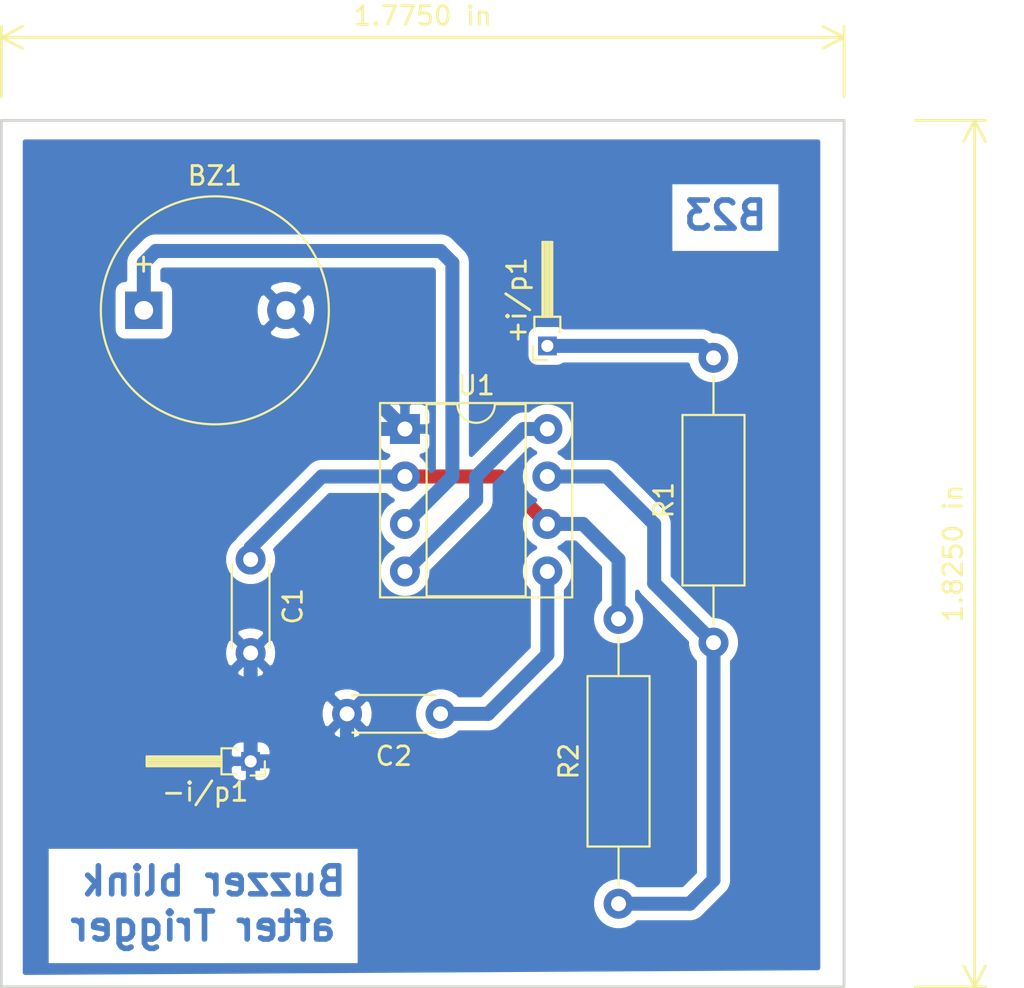
<source format=kicad_pcb>
(kicad_pcb (version 20171130) (host pcbnew "(5.1.0)-1")

  (general
    (thickness 1.6)
    (drawings 9)
    (tracks 45)
    (zones 0)
    (modules 8)
    (nets 7)
  )

  (page A4)
  (layers
    (0 F.Cu signal)
    (31 B.Cu signal)
    (32 B.Adhes user)
    (33 F.Adhes user)
    (34 B.Paste user)
    (35 F.Paste user)
    (36 B.SilkS user)
    (37 F.SilkS user)
    (38 B.Mask user)
    (39 F.Mask user)
    (40 Dwgs.User user)
    (41 Cmts.User user)
    (42 Eco1.User user)
    (43 Eco2.User user)
    (44 Edge.Cuts user)
    (45 Margin user)
    (46 B.CrtYd user)
    (47 F.CrtYd user)
    (48 B.Fab user)
    (49 F.Fab user)
  )

  (setup
    (last_trace_width 0.75)
    (trace_clearance 0.2)
    (zone_clearance 0.508)
    (zone_45_only no)
    (trace_min 0.2)
    (via_size 0.6)
    (via_drill 0.4)
    (via_min_size 0.4)
    (via_min_drill 0.3)
    (uvia_size 0.3)
    (uvia_drill 0.1)
    (uvias_allowed no)
    (uvia_min_size 0.2)
    (uvia_min_drill 0.1)
    (edge_width 0.15)
    (segment_width 0.2)
    (pcb_text_width 0.3)
    (pcb_text_size 1.5 1.5)
    (mod_edge_width 0.15)
    (mod_text_size 1 1)
    (mod_text_width 0.15)
    (pad_size 1.524 1.524)
    (pad_drill 0.762)
    (pad_to_mask_clearance 0.2)
    (aux_axis_origin 0 0)
    (visible_elements 7FFFFFFF)
    (pcbplotparams
      (layerselection 0x0d030_80000001)
      (usegerberextensions false)
      (usegerberattributes false)
      (usegerberadvancedattributes false)
      (creategerberjobfile false)
      (excludeedgelayer true)
      (linewidth 0.100000)
      (plotframeref false)
      (viasonmask false)
      (mode 1)
      (useauxorigin false)
      (hpglpennumber 1)
      (hpglpenspeed 20)
      (hpglpendiameter 15.000000)
      (psnegative false)
      (psa4output false)
      (plotreference true)
      (plotvalue true)
      (plotinvisibletext false)
      (padsonsilk false)
      (subtractmaskfromsilk false)
      (outputformat 4)
      (mirror false)
      (drillshape 0)
      (scaleselection 1)
      (outputdirectory ""))
  )

  (net 0 "")
  (net 1 "Net-(+i/p1-Pad1)")
  (net 2 GND)
  (net 3 "Net-(BZ1-Pad1)")
  (net 4 "Net-(C1-Pad1)")
  (net 5 "Net-(C2-Pad1)")
  (net 6 "Net-(R1-Pad1)")

  (net_class Default "This is the default net class."
    (clearance 0.2)
    (trace_width 0.75)
    (via_dia 0.6)
    (via_drill 0.4)
    (uvia_dia 0.3)
    (uvia_drill 0.1)
    (add_net GND)
    (add_net "Net-(+i/p1-Pad1)")
    (add_net "Net-(BZ1-Pad1)")
    (add_net "Net-(C1-Pad1)")
    (add_net "Net-(C2-Pad1)")
    (add_net "Net-(R1-Pad1)")
  )

  (module Pin_Headers:Pin_Header_Angled_1x01_Pitch1.27mm (layer F.Cu) (tedit 59650535) (tstamp 5CA61AAA)
    (at 154.305 74.295 90)
    (descr "Through hole angled pin header, 1x01, 1.27mm pitch, 4.0mm pin length, single row")
    (tags "Through hole angled pin header THT 1x01 1.27mm single row")
    (path /5CA5ACE2)
    (fp_text reference +i/p1 (at 2.4325 -1.635 90) (layer F.SilkS)
      (effects (font (size 1 1) (thickness 0.15)))
    )
    (fp_text value +5V (at 2.4325 1.635 90) (layer F.Fab)
      (effects (font (size 1 1) (thickness 0.15)))
    )
    (fp_line (start 0.75 -0.635) (end 1.5 -0.635) (layer F.Fab) (width 0.1))
    (fp_line (start 1.5 -0.635) (end 1.5 0.635) (layer F.Fab) (width 0.1))
    (fp_line (start 1.5 0.635) (end 0.5 0.635) (layer F.Fab) (width 0.1))
    (fp_line (start 0.5 0.635) (end 0.5 -0.385) (layer F.Fab) (width 0.1))
    (fp_line (start 0.5 -0.385) (end 0.75 -0.635) (layer F.Fab) (width 0.1))
    (fp_line (start -0.2 -0.2) (end 0.5 -0.2) (layer F.Fab) (width 0.1))
    (fp_line (start -0.2 -0.2) (end -0.2 0.2) (layer F.Fab) (width 0.1))
    (fp_line (start -0.2 0.2) (end 0.5 0.2) (layer F.Fab) (width 0.1))
    (fp_line (start 1.5 -0.2) (end 5.5 -0.2) (layer F.Fab) (width 0.1))
    (fp_line (start 5.5 -0.2) (end 5.5 0.2) (layer F.Fab) (width 0.1))
    (fp_line (start 1.5 0.2) (end 5.5 0.2) (layer F.Fab) (width 0.1))
    (fp_line (start 0.76 -0.695) (end 1.56 -0.695) (layer F.SilkS) (width 0.12))
    (fp_line (start 1.56 -0.695) (end 1.56 0.695) (layer F.SilkS) (width 0.12))
    (fp_line (start 1.56 0.695) (end 0.76 0.695) (layer F.SilkS) (width 0.12))
    (fp_line (start 0.76 0.695) (end 0.76 0.619677) (layer F.SilkS) (width 0.12))
    (fp_line (start 1.56 -0.26) (end 5.56 -0.26) (layer F.SilkS) (width 0.12))
    (fp_line (start 5.56 -0.26) (end 5.56 0.26) (layer F.SilkS) (width 0.12))
    (fp_line (start 5.56 0.26) (end 1.56 0.26) (layer F.SilkS) (width 0.12))
    (fp_line (start 1.56 -0.2) (end 5.56 -0.2) (layer F.SilkS) (width 0.12))
    (fp_line (start 1.56 -0.08) (end 5.56 -0.08) (layer F.SilkS) (width 0.12))
    (fp_line (start 1.56 0.04) (end 5.56 0.04) (layer F.SilkS) (width 0.12))
    (fp_line (start 1.56 0.16) (end 5.56 0.16) (layer F.SilkS) (width 0.12))
    (fp_line (start -0.76 0) (end -0.76 -0.76) (layer F.SilkS) (width 0.12))
    (fp_line (start -0.76 -0.76) (end 0 -0.76) (layer F.SilkS) (width 0.12))
    (fp_line (start -1.15 -1.15) (end -1.15 1.15) (layer F.CrtYd) (width 0.05))
    (fp_line (start -1.15 1.15) (end 6 1.15) (layer F.CrtYd) (width 0.05))
    (fp_line (start 6 1.15) (end 6 -1.15) (layer F.CrtYd) (width 0.05))
    (fp_line (start 6 -1.15) (end -1.15 -1.15) (layer F.CrtYd) (width 0.05))
    (fp_text user %R (at 1 0 180) (layer F.Fab)
      (effects (font (size 0.6 0.6) (thickness 0.09)))
    )
    (pad 1 thru_hole rect (at 0 0 90) (size 1 1) (drill 0.65) (layers *.Cu *.Mask)
      (net 1 "Net-(+i/p1-Pad1)"))
    (model ${KISYS3DMOD}/Pin_Headers.3dshapes/Pin_Header_Angled_1x01_Pitch1.27mm.wrl
      (at (xyz 0 0 0))
      (scale (xyz 1 1 1))
      (rotate (xyz 0 0 0))
    )
  )

  (module Pin_Headers:Pin_Header_Angled_1x01_Pitch1.27mm (layer F.Cu) (tedit 59650535) (tstamp 5CA61AAF)
    (at 138.43 96.52 180)
    (descr "Through hole angled pin header, 1x01, 1.27mm pitch, 4.0mm pin length, single row")
    (tags "Through hole angled pin header THT 1x01 1.27mm single row")
    (path /5CA5AD07)
    (fp_text reference -i/p1 (at 2.4325 -1.635 180) (layer F.SilkS)
      (effects (font (size 1 1) (thickness 0.15)))
    )
    (fp_text value GND (at 2.4325 1.635 180) (layer F.Fab)
      (effects (font (size 1 1) (thickness 0.15)))
    )
    (fp_line (start 0.75 -0.635) (end 1.5 -0.635) (layer F.Fab) (width 0.1))
    (fp_line (start 1.5 -0.635) (end 1.5 0.635) (layer F.Fab) (width 0.1))
    (fp_line (start 1.5 0.635) (end 0.5 0.635) (layer F.Fab) (width 0.1))
    (fp_line (start 0.5 0.635) (end 0.5 -0.385) (layer F.Fab) (width 0.1))
    (fp_line (start 0.5 -0.385) (end 0.75 -0.635) (layer F.Fab) (width 0.1))
    (fp_line (start -0.2 -0.2) (end 0.5 -0.2) (layer F.Fab) (width 0.1))
    (fp_line (start -0.2 -0.2) (end -0.2 0.2) (layer F.Fab) (width 0.1))
    (fp_line (start -0.2 0.2) (end 0.5 0.2) (layer F.Fab) (width 0.1))
    (fp_line (start 1.5 -0.2) (end 5.5 -0.2) (layer F.Fab) (width 0.1))
    (fp_line (start 5.5 -0.2) (end 5.5 0.2) (layer F.Fab) (width 0.1))
    (fp_line (start 1.5 0.2) (end 5.5 0.2) (layer F.Fab) (width 0.1))
    (fp_line (start 0.76 -0.695) (end 1.56 -0.695) (layer F.SilkS) (width 0.12))
    (fp_line (start 1.56 -0.695) (end 1.56 0.695) (layer F.SilkS) (width 0.12))
    (fp_line (start 1.56 0.695) (end 0.76 0.695) (layer F.SilkS) (width 0.12))
    (fp_line (start 0.76 0.695) (end 0.76 0.619677) (layer F.SilkS) (width 0.12))
    (fp_line (start 1.56 -0.26) (end 5.56 -0.26) (layer F.SilkS) (width 0.12))
    (fp_line (start 5.56 -0.26) (end 5.56 0.26) (layer F.SilkS) (width 0.12))
    (fp_line (start 5.56 0.26) (end 1.56 0.26) (layer F.SilkS) (width 0.12))
    (fp_line (start 1.56 -0.2) (end 5.56 -0.2) (layer F.SilkS) (width 0.12))
    (fp_line (start 1.56 -0.08) (end 5.56 -0.08) (layer F.SilkS) (width 0.12))
    (fp_line (start 1.56 0.04) (end 5.56 0.04) (layer F.SilkS) (width 0.12))
    (fp_line (start 1.56 0.16) (end 5.56 0.16) (layer F.SilkS) (width 0.12))
    (fp_line (start -0.76 0) (end -0.76 -0.76) (layer F.SilkS) (width 0.12))
    (fp_line (start -0.76 -0.76) (end 0 -0.76) (layer F.SilkS) (width 0.12))
    (fp_line (start -1.15 -1.15) (end -1.15 1.15) (layer F.CrtYd) (width 0.05))
    (fp_line (start -1.15 1.15) (end 6 1.15) (layer F.CrtYd) (width 0.05))
    (fp_line (start 6 1.15) (end 6 -1.15) (layer F.CrtYd) (width 0.05))
    (fp_line (start 6 -1.15) (end -1.15 -1.15) (layer F.CrtYd) (width 0.05))
    (fp_text user %R (at 1 0 270) (layer F.Fab)
      (effects (font (size 0.6 0.6) (thickness 0.09)))
    )
    (pad 1 thru_hole rect (at 0 0 180) (size 1 1) (drill 0.65) (layers *.Cu *.Mask)
      (net 2 GND))
    (model ${KISYS3DMOD}/Pin_Headers.3dshapes/Pin_Header_Angled_1x01_Pitch1.27mm.wrl
      (at (xyz 0 0 0))
      (scale (xyz 1 1 1))
      (rotate (xyz 0 0 0))
    )
  )

  (module Buzzers_Beepers:Buzzer_12x9.5RM7.6 (layer F.Cu) (tedit 58B1A329) (tstamp 5CA61AB5)
    (at 132.715 72.39)
    (descr "Generic Buzzer, D12mm height 9.5mm with RM7.6mm")
    (tags buzzer)
    (path /5CA61803)
    (fp_text reference BZ1 (at 3.8 -7.2) (layer F.SilkS)
      (effects (font (size 1 1) (thickness 0.15)))
    )
    (fp_text value Buzzer (at 3.8 7.4) (layer F.Fab)
      (effects (font (size 1 1) (thickness 0.15)))
    )
    (fp_text user + (at -0.01 -2.54) (layer F.Fab)
      (effects (font (size 1 1) (thickness 0.15)))
    )
    (fp_text user + (at -0.01 -2.54) (layer F.SilkS)
      (effects (font (size 1 1) (thickness 0.15)))
    )
    (fp_text user %R (at 3.8 -4) (layer F.Fab)
      (effects (font (size 1 1) (thickness 0.15)))
    )
    (fp_circle (center 3.8 0) (end 10.05 0) (layer F.CrtYd) (width 0.05))
    (fp_circle (center 3.8 0) (end 9.8 0) (layer F.Fab) (width 0.1))
    (fp_circle (center 3.8 0) (end 4.8 0) (layer F.Fab) (width 0.1))
    (fp_circle (center 3.8 0) (end 9.9 0) (layer F.SilkS) (width 0.12))
    (pad 1 thru_hole rect (at 0 0) (size 2 2) (drill 1) (layers *.Cu *.Mask)
      (net 3 "Net-(BZ1-Pad1)"))
    (pad 2 thru_hole circle (at 7.6 0) (size 2 2) (drill 1) (layers *.Cu *.Mask)
      (net 2 GND))
    (model ${KISYS3DMOD}/Buzzers_Beepers.3dshapes/Buzzer_12x9.5RM7.6.wrl
      (offset (xyz 3.809999942779541 0 0))
      (scale (xyz 4 4 4))
      (rotate (xyz 0 0 0))
    )
  )

  (module Capacitors_THT:C_Disc_D4.3mm_W1.9mm_P5.00mm (layer F.Cu) (tedit 597BC7C2) (tstamp 5CA61ABB)
    (at 138.43 85.725 270)
    (descr "C, Disc series, Radial, pin pitch=5.00mm, , diameter*width=4.3*1.9mm^2, Capacitor, http://www.vishay.com/docs/45233/krseries.pdf")
    (tags "C Disc series Radial pin pitch 5.00mm  diameter 4.3mm width 1.9mm Capacitor")
    (path /5CA5AAC5)
    (fp_text reference C1 (at 2.5 -2.26 270) (layer F.SilkS)
      (effects (font (size 1 1) (thickness 0.15)))
    )
    (fp_text value 10uF (at 2.5 2.26 270) (layer F.Fab)
      (effects (font (size 1 1) (thickness 0.15)))
    )
    (fp_line (start 0.35 -0.95) (end 0.35 0.95) (layer F.Fab) (width 0.1))
    (fp_line (start 0.35 0.95) (end 4.65 0.95) (layer F.Fab) (width 0.1))
    (fp_line (start 4.65 0.95) (end 4.65 -0.95) (layer F.Fab) (width 0.1))
    (fp_line (start 4.65 -0.95) (end 0.35 -0.95) (layer F.Fab) (width 0.1))
    (fp_line (start 0.29 -1.01) (end 4.71 -1.01) (layer F.SilkS) (width 0.12))
    (fp_line (start 0.29 1.01) (end 4.71 1.01) (layer F.SilkS) (width 0.12))
    (fp_line (start 0.29 -1.01) (end 0.29 -0.996) (layer F.SilkS) (width 0.12))
    (fp_line (start 0.29 0.996) (end 0.29 1.01) (layer F.SilkS) (width 0.12))
    (fp_line (start 4.71 -1.01) (end 4.71 -0.996) (layer F.SilkS) (width 0.12))
    (fp_line (start 4.71 0.996) (end 4.71 1.01) (layer F.SilkS) (width 0.12))
    (fp_line (start -1.05 -1.3) (end -1.05 1.3) (layer F.CrtYd) (width 0.05))
    (fp_line (start -1.05 1.3) (end 6.05 1.3) (layer F.CrtYd) (width 0.05))
    (fp_line (start 6.05 1.3) (end 6.05 -1.3) (layer F.CrtYd) (width 0.05))
    (fp_line (start 6.05 -1.3) (end -1.05 -1.3) (layer F.CrtYd) (width 0.05))
    (fp_text user %R (at 2.5 0 270) (layer F.Fab)
      (effects (font (size 1 1) (thickness 0.15)))
    )
    (pad 1 thru_hole circle (at 0 0 270) (size 1.6 1.6) (drill 0.8) (layers *.Cu *.Mask)
      (net 4 "Net-(C1-Pad1)"))
    (pad 2 thru_hole circle (at 5 0 270) (size 1.6 1.6) (drill 0.8) (layers *.Cu *.Mask)
      (net 2 GND))
    (model ${KISYS3DMOD}/Capacitors_THT.3dshapes/C_Disc_D4.3mm_W1.9mm_P5.00mm.wrl
      (at (xyz 0 0 0))
      (scale (xyz 1 1 1))
      (rotate (xyz 0 0 0))
    )
  )

  (module Capacitors_THT:C_Disc_D4.3mm_W1.9mm_P5.00mm (layer F.Cu) (tedit 597BC7C2) (tstamp 5CA61AC1)
    (at 148.59 93.98 180)
    (descr "C, Disc series, Radial, pin pitch=5.00mm, , diameter*width=4.3*1.9mm^2, Capacitor, http://www.vishay.com/docs/45233/krseries.pdf")
    (tags "C Disc series Radial pin pitch 5.00mm  diameter 4.3mm width 1.9mm Capacitor")
    (path /5CA5AAE4)
    (fp_text reference C2 (at 2.5 -2.26 180) (layer F.SilkS)
      (effects (font (size 1 1) (thickness 0.15)))
    )
    (fp_text value 10uF (at 2.5 2.26 180) (layer F.Fab)
      (effects (font (size 1 1) (thickness 0.15)))
    )
    (fp_line (start 0.35 -0.95) (end 0.35 0.95) (layer F.Fab) (width 0.1))
    (fp_line (start 0.35 0.95) (end 4.65 0.95) (layer F.Fab) (width 0.1))
    (fp_line (start 4.65 0.95) (end 4.65 -0.95) (layer F.Fab) (width 0.1))
    (fp_line (start 4.65 -0.95) (end 0.35 -0.95) (layer F.Fab) (width 0.1))
    (fp_line (start 0.29 -1.01) (end 4.71 -1.01) (layer F.SilkS) (width 0.12))
    (fp_line (start 0.29 1.01) (end 4.71 1.01) (layer F.SilkS) (width 0.12))
    (fp_line (start 0.29 -1.01) (end 0.29 -0.996) (layer F.SilkS) (width 0.12))
    (fp_line (start 0.29 0.996) (end 0.29 1.01) (layer F.SilkS) (width 0.12))
    (fp_line (start 4.71 -1.01) (end 4.71 -0.996) (layer F.SilkS) (width 0.12))
    (fp_line (start 4.71 0.996) (end 4.71 1.01) (layer F.SilkS) (width 0.12))
    (fp_line (start -1.05 -1.3) (end -1.05 1.3) (layer F.CrtYd) (width 0.05))
    (fp_line (start -1.05 1.3) (end 6.05 1.3) (layer F.CrtYd) (width 0.05))
    (fp_line (start 6.05 1.3) (end 6.05 -1.3) (layer F.CrtYd) (width 0.05))
    (fp_line (start 6.05 -1.3) (end -1.05 -1.3) (layer F.CrtYd) (width 0.05))
    (fp_text user %R (at 2.5 0 180) (layer F.Fab)
      (effects (font (size 1 1) (thickness 0.15)))
    )
    (pad 1 thru_hole circle (at 0 0 180) (size 1.6 1.6) (drill 0.8) (layers *.Cu *.Mask)
      (net 5 "Net-(C2-Pad1)"))
    (pad 2 thru_hole circle (at 5 0 180) (size 1.6 1.6) (drill 0.8) (layers *.Cu *.Mask)
      (net 2 GND))
    (model ${KISYS3DMOD}/Capacitors_THT.3dshapes/C_Disc_D4.3mm_W1.9mm_P5.00mm.wrl
      (at (xyz 0 0 0))
      (scale (xyz 1 1 1))
      (rotate (xyz 0 0 0))
    )
  )

  (module Resistors_THT:R_Axial_DIN0309_L9.0mm_D3.2mm_P15.24mm_Horizontal (layer F.Cu) (tedit 5874F706) (tstamp 5CA61AC7)
    (at 163.195 90.17 90)
    (descr "Resistor, Axial_DIN0309 series, Axial, Horizontal, pin pitch=15.24mm, 0.5W = 1/2W, length*diameter=9*3.2mm^2, http://cdn-reichelt.de/documents/datenblatt/B400/1_4W%23YAG.pdf")
    (tags "Resistor Axial_DIN0309 series Axial Horizontal pin pitch 15.24mm 0.5W = 1/2W length 9mm diameter 3.2mm")
    (path /5CA5AA7B)
    (fp_text reference R1 (at 7.62 -2.66 90) (layer F.SilkS)
      (effects (font (size 1 1) (thickness 0.15)))
    )
    (fp_text value "100k ohm" (at 7.62 2.66 90) (layer F.Fab)
      (effects (font (size 1 1) (thickness 0.15)))
    )
    (fp_line (start 3.12 -1.6) (end 3.12 1.6) (layer F.Fab) (width 0.1))
    (fp_line (start 3.12 1.6) (end 12.12 1.6) (layer F.Fab) (width 0.1))
    (fp_line (start 12.12 1.6) (end 12.12 -1.6) (layer F.Fab) (width 0.1))
    (fp_line (start 12.12 -1.6) (end 3.12 -1.6) (layer F.Fab) (width 0.1))
    (fp_line (start 0 0) (end 3.12 0) (layer F.Fab) (width 0.1))
    (fp_line (start 15.24 0) (end 12.12 0) (layer F.Fab) (width 0.1))
    (fp_line (start 3.06 -1.66) (end 3.06 1.66) (layer F.SilkS) (width 0.12))
    (fp_line (start 3.06 1.66) (end 12.18 1.66) (layer F.SilkS) (width 0.12))
    (fp_line (start 12.18 1.66) (end 12.18 -1.66) (layer F.SilkS) (width 0.12))
    (fp_line (start 12.18 -1.66) (end 3.06 -1.66) (layer F.SilkS) (width 0.12))
    (fp_line (start 0.98 0) (end 3.06 0) (layer F.SilkS) (width 0.12))
    (fp_line (start 14.26 0) (end 12.18 0) (layer F.SilkS) (width 0.12))
    (fp_line (start -1.05 -1.95) (end -1.05 1.95) (layer F.CrtYd) (width 0.05))
    (fp_line (start -1.05 1.95) (end 16.3 1.95) (layer F.CrtYd) (width 0.05))
    (fp_line (start 16.3 1.95) (end 16.3 -1.95) (layer F.CrtYd) (width 0.05))
    (fp_line (start 16.3 -1.95) (end -1.05 -1.95) (layer F.CrtYd) (width 0.05))
    (pad 1 thru_hole circle (at 0 0 90) (size 1.6 1.6) (drill 0.8) (layers *.Cu *.Mask)
      (net 6 "Net-(R1-Pad1)"))
    (pad 2 thru_hole oval (at 15.24 0 90) (size 1.6 1.6) (drill 0.8) (layers *.Cu *.Mask)
      (net 1 "Net-(+i/p1-Pad1)"))
    (model ${KISYS3DMOD}/Resistors_THT.3dshapes/R_Axial_DIN0309_L9.0mm_D3.2mm_P15.24mm_Horizontal.wrl
      (at (xyz 0 0 0))
      (scale (xyz 0.393701 0.393701 0.393701))
      (rotate (xyz 0 0 0))
    )
  )

  (module Resistors_THT:R_Axial_DIN0309_L9.0mm_D3.2mm_P15.24mm_Horizontal (layer F.Cu) (tedit 5874F706) (tstamp 5CA61ACD)
    (at 158.115 104.14 90)
    (descr "Resistor, Axial_DIN0309 series, Axial, Horizontal, pin pitch=15.24mm, 0.5W = 1/2W, length*diameter=9*3.2mm^2, http://cdn-reichelt.de/documents/datenblatt/B400/1_4W%23YAG.pdf")
    (tags "Resistor Axial_DIN0309 series Axial Horizontal pin pitch 15.24mm 0.5W = 1/2W length 9mm diameter 3.2mm")
    (path /5CA5AAA0)
    (fp_text reference R2 (at 7.62 -2.66 90) (layer F.SilkS)
      (effects (font (size 1 1) (thickness 0.15)))
    )
    (fp_text value "220k ohm" (at 7.62 2.66 90) (layer F.Fab)
      (effects (font (size 1 1) (thickness 0.15)))
    )
    (fp_line (start 3.12 -1.6) (end 3.12 1.6) (layer F.Fab) (width 0.1))
    (fp_line (start 3.12 1.6) (end 12.12 1.6) (layer F.Fab) (width 0.1))
    (fp_line (start 12.12 1.6) (end 12.12 -1.6) (layer F.Fab) (width 0.1))
    (fp_line (start 12.12 -1.6) (end 3.12 -1.6) (layer F.Fab) (width 0.1))
    (fp_line (start 0 0) (end 3.12 0) (layer F.Fab) (width 0.1))
    (fp_line (start 15.24 0) (end 12.12 0) (layer F.Fab) (width 0.1))
    (fp_line (start 3.06 -1.66) (end 3.06 1.66) (layer F.SilkS) (width 0.12))
    (fp_line (start 3.06 1.66) (end 12.18 1.66) (layer F.SilkS) (width 0.12))
    (fp_line (start 12.18 1.66) (end 12.18 -1.66) (layer F.SilkS) (width 0.12))
    (fp_line (start 12.18 -1.66) (end 3.06 -1.66) (layer F.SilkS) (width 0.12))
    (fp_line (start 0.98 0) (end 3.06 0) (layer F.SilkS) (width 0.12))
    (fp_line (start 14.26 0) (end 12.18 0) (layer F.SilkS) (width 0.12))
    (fp_line (start -1.05 -1.95) (end -1.05 1.95) (layer F.CrtYd) (width 0.05))
    (fp_line (start -1.05 1.95) (end 16.3 1.95) (layer F.CrtYd) (width 0.05))
    (fp_line (start 16.3 1.95) (end 16.3 -1.95) (layer F.CrtYd) (width 0.05))
    (fp_line (start 16.3 -1.95) (end -1.05 -1.95) (layer F.CrtYd) (width 0.05))
    (pad 1 thru_hole circle (at 0 0 90) (size 1.6 1.6) (drill 0.8) (layers *.Cu *.Mask)
      (net 6 "Net-(R1-Pad1)"))
    (pad 2 thru_hole oval (at 15.24 0 90) (size 1.6 1.6) (drill 0.8) (layers *.Cu *.Mask)
      (net 4 "Net-(C1-Pad1)"))
    (model ${KISYS3DMOD}/Resistors_THT.3dshapes/R_Axial_DIN0309_L9.0mm_D3.2mm_P15.24mm_Horizontal.wrl
      (at (xyz 0 0 0))
      (scale (xyz 0.393701 0.393701 0.393701))
      (rotate (xyz 0 0 0))
    )
  )

  (module Housings_DIP:DIP-8_W7.62mm_Socket (layer F.Cu) (tedit 59C78D6B) (tstamp 5CA61AD9)
    (at 146.685 78.74)
    (descr "8-lead though-hole mounted DIP package, row spacing 7.62 mm (300 mils), Socket")
    (tags "THT DIP DIL PDIP 2.54mm 7.62mm 300mil Socket")
    (path /5CA5AA27)
    (fp_text reference U1 (at 3.81 -2.33) (layer F.SilkS)
      (effects (font (size 1 1) (thickness 0.15)))
    )
    (fp_text value LM555 (at 3.81 9.95) (layer F.Fab)
      (effects (font (size 1 1) (thickness 0.15)))
    )
    (fp_arc (start 3.81 -1.33) (end 2.81 -1.33) (angle -180) (layer F.SilkS) (width 0.12))
    (fp_line (start 1.635 -1.27) (end 6.985 -1.27) (layer F.Fab) (width 0.1))
    (fp_line (start 6.985 -1.27) (end 6.985 8.89) (layer F.Fab) (width 0.1))
    (fp_line (start 6.985 8.89) (end 0.635 8.89) (layer F.Fab) (width 0.1))
    (fp_line (start 0.635 8.89) (end 0.635 -0.27) (layer F.Fab) (width 0.1))
    (fp_line (start 0.635 -0.27) (end 1.635 -1.27) (layer F.Fab) (width 0.1))
    (fp_line (start -1.27 -1.33) (end -1.27 8.95) (layer F.Fab) (width 0.1))
    (fp_line (start -1.27 8.95) (end 8.89 8.95) (layer F.Fab) (width 0.1))
    (fp_line (start 8.89 8.95) (end 8.89 -1.33) (layer F.Fab) (width 0.1))
    (fp_line (start 8.89 -1.33) (end -1.27 -1.33) (layer F.Fab) (width 0.1))
    (fp_line (start 2.81 -1.33) (end 1.16 -1.33) (layer F.SilkS) (width 0.12))
    (fp_line (start 1.16 -1.33) (end 1.16 8.95) (layer F.SilkS) (width 0.12))
    (fp_line (start 1.16 8.95) (end 6.46 8.95) (layer F.SilkS) (width 0.12))
    (fp_line (start 6.46 8.95) (end 6.46 -1.33) (layer F.SilkS) (width 0.12))
    (fp_line (start 6.46 -1.33) (end 4.81 -1.33) (layer F.SilkS) (width 0.12))
    (fp_line (start -1.33 -1.39) (end -1.33 9.01) (layer F.SilkS) (width 0.12))
    (fp_line (start -1.33 9.01) (end 8.95 9.01) (layer F.SilkS) (width 0.12))
    (fp_line (start 8.95 9.01) (end 8.95 -1.39) (layer F.SilkS) (width 0.12))
    (fp_line (start 8.95 -1.39) (end -1.33 -1.39) (layer F.SilkS) (width 0.12))
    (fp_line (start -1.55 -1.6) (end -1.55 9.2) (layer F.CrtYd) (width 0.05))
    (fp_line (start -1.55 9.2) (end 9.15 9.2) (layer F.CrtYd) (width 0.05))
    (fp_line (start 9.15 9.2) (end 9.15 -1.6) (layer F.CrtYd) (width 0.05))
    (fp_line (start 9.15 -1.6) (end -1.55 -1.6) (layer F.CrtYd) (width 0.05))
    (fp_text user %R (at 3.81 3.81) (layer F.Fab)
      (effects (font (size 1 1) (thickness 0.15)))
    )
    (pad 1 thru_hole rect (at 0 0) (size 1.6 1.6) (drill 0.8) (layers *.Cu *.Mask)
      (net 2 GND))
    (pad 5 thru_hole oval (at 7.62 7.62) (size 1.6 1.6) (drill 0.8) (layers *.Cu *.Mask)
      (net 5 "Net-(C2-Pad1)"))
    (pad 2 thru_hole oval (at 0 2.54) (size 1.6 1.6) (drill 0.8) (layers *.Cu *.Mask)
      (net 4 "Net-(C1-Pad1)"))
    (pad 6 thru_hole oval (at 7.62 5.08) (size 1.6 1.6) (drill 0.8) (layers *.Cu *.Mask)
      (net 4 "Net-(C1-Pad1)"))
    (pad 3 thru_hole oval (at 0 5.08) (size 1.6 1.6) (drill 0.8) (layers *.Cu *.Mask)
      (net 3 "Net-(BZ1-Pad1)"))
    (pad 7 thru_hole oval (at 7.62 2.54) (size 1.6 1.6) (drill 0.8) (layers *.Cu *.Mask)
      (net 6 "Net-(R1-Pad1)"))
    (pad 4 thru_hole oval (at 0 7.62) (size 1.6 1.6) (drill 0.8) (layers *.Cu *.Mask)
      (net 1 "Net-(+i/p1-Pad1)"))
    (pad 8 thru_hole oval (at 7.62 0) (size 1.6 1.6) (drill 0.8) (layers *.Cu *.Mask)
      (net 1 "Net-(+i/p1-Pad1)"))
    (model ${KISYS3DMOD}/Housings_DIP.3dshapes/DIP-8_W7.62mm_Socket.wrl
      (at (xyz 0 0 0))
      (scale (xyz 1 1 1))
      (rotate (xyz 0 0 0))
    )
  )

  (dimension 45.085 (width 0.15) (layer F.SilkS)
    (gr_text "45.085 mm" (at 147.6375 56.485) (layer F.SilkS)
      (effects (font (size 1 1) (thickness 0.15)))
    )
    (feature1 (pts (xy 170.18 60.96) (xy 170.18 57.198579)))
    (feature2 (pts (xy 125.095 60.96) (xy 125.095 57.198579)))
    (crossbar (pts (xy 125.095 57.785) (xy 170.18 57.785)))
    (arrow1a (pts (xy 170.18 57.785) (xy 169.053496 58.371421)))
    (arrow1b (pts (xy 170.18 57.785) (xy 169.053496 57.198579)))
    (arrow2a (pts (xy 125.095 57.785) (xy 126.221504 58.371421)))
    (arrow2b (pts (xy 125.095 57.785) (xy 126.221504 57.198579)))
  )
  (dimension 46.355 (width 0.15) (layer F.SilkS)
    (gr_text "46.355 mm" (at 178.465 85.4075 270) (layer F.SilkS)
      (effects (font (size 1 1) (thickness 0.15)))
    )
    (feature1 (pts (xy 173.99 108.585) (xy 177.751421 108.585)))
    (feature2 (pts (xy 173.99 62.23) (xy 177.751421 62.23)))
    (crossbar (pts (xy 177.165 62.23) (xy 177.165 108.585)))
    (arrow1a (pts (xy 177.165 108.585) (xy 176.578579 107.458496)))
    (arrow1b (pts (xy 177.165 108.585) (xy 177.751421 107.458496)))
    (arrow2a (pts (xy 177.165 62.23) (xy 176.578579 63.356504)))
    (arrow2b (pts (xy 177.165 62.23) (xy 177.751421 63.356504)))
  )
  (gr_text "Buzzer blink \nafter Trigger" (at 135.89 104.14) (layer B.Cu)
    (effects (font (size 1.5 1.5) (thickness 0.3)) (justify mirror))
  )
  (gr_text B23 (at 163.83 67.31) (layer B.Cu)
    (effects (font (size 1.5 1.5) (thickness 0.3)) (justify mirror))
  )
  (gr_line (start 170.18 62.23) (end 170.18 62.865) (angle 90) (layer Edge.Cuts) (width 0.15))
  (gr_line (start 125.095 62.23) (end 170.18 62.23) (angle 90) (layer Edge.Cuts) (width 0.15))
  (gr_line (start 170.18 108.585) (end 170.18 62.865) (angle 90) (layer Edge.Cuts) (width 0.15))
  (gr_line (start 125.095 108.585) (end 170.18 108.585) (angle 90) (layer Edge.Cuts) (width 0.15))
  (gr_line (start 125.095 62.23) (end 125.095 108.585) (angle 90) (layer Edge.Cuts) (width 0.15))

  (segment (start 154.305 78.74) (end 153.035 78.74) (width 0.75) (layer B.Cu) (net 1) (status 400000))
  (segment (start 150.495 82.55) (end 146.685 86.36) (width 0.75) (layer B.Cu) (net 1) (tstamp 5CA61BE0) (status 800000))
  (segment (start 150.495 81.28) (end 150.495 82.55) (width 0.75) (layer B.Cu) (net 1) (tstamp 5CA61BDF))
  (segment (start 153.035 78.74) (end 150.495 81.28) (width 0.75) (layer B.Cu) (net 1) (tstamp 5CA61BDC))
  (segment (start 154.305 74.295) (end 162.56 74.295) (width 0.75) (layer B.Cu) (net 1) (status 400000))
  (segment (start 162.56 74.295) (end 163.195 74.93) (width 0.75) (layer B.Cu) (net 1) (tstamp 5CA61B55) (status 800000))
  (segment (start 143.59 93.98) (end 143.59 96.6) (width 0.75) (layer B.Cu) (net 2) (status 400000))
  (segment (start 141.605 78.74) (end 146.685 78.74) (width 0.75) (layer B.Cu) (net 2) (tstamp 5CA61BD7) (status 800000))
  (segment (start 131.445 88.9) (end 141.605 78.74) (width 0.75) (layer B.Cu) (net 2) (tstamp 5CA61BD3))
  (segment (start 131.445 96.52) (end 131.445 88.9) (width 0.75) (layer B.Cu) (net 2) (tstamp 5CA61BD1))
  (segment (start 129.54 98.425) (end 131.445 96.52) (width 0.75) (layer B.Cu) (net 2) (tstamp 5CA61BCD))
  (segment (start 141.605 98.425) (end 129.54 98.425) (width 0.75) (layer B.Cu) (net 2) (tstamp 5CA61BCC))
  (segment (start 143.35 96.68) (end 141.605 98.425) (width 0.75) (layer B.Cu) (net 2) (tstamp 5CA61BCB))
  (segment (start 143.51 96.68) (end 143.35 96.68) (width 0.75) (layer B.Cu) (net 2) (tstamp 5CA61BCA))
  (segment (start 143.59 96.6) (end 143.51 96.68) (width 0.75) (layer B.Cu) (net 2) (tstamp 5CA61BC7))
  (segment (start 146.685 78.74) (end 146.665 78.74) (width 0.75) (layer B.Cu) (net 2) (status C00000))
  (segment (start 146.665 78.74) (end 140.315 72.39) (width 0.75) (layer B.Cu) (net 2) (tstamp 5CA61BA5) (status C00000))
  (segment (start 143.59 93.98) (end 143.59 95.805) (width 0.75) (layer B.Cu) (net 2) (status 400000))
  (segment (start 142.875 96.52) (end 138.43 96.52) (width 0.75) (layer B.Cu) (net 2) (tstamp 5CA61B76) (status 800000))
  (segment (start 143.59 95.805) (end 142.875 96.52) (width 0.75) (layer B.Cu) (net 2) (tstamp 5CA61B74))
  (segment (start 138.43 96.52) (end 138.43 90.725) (width 0.75) (layer B.Cu) (net 2) (status C00000))
  (segment (start 132.715 72.39) (end 132.715 69.85) (width 0.75) (layer B.Cu) (net 3) (status 400000))
  (segment (start 149.225 81.28) (end 146.685 83.82) (width 0.75) (layer B.Cu) (net 3) (tstamp 5CA61BAE) (status 800000))
  (segment (start 149.225 69.85) (end 149.225 81.28) (width 0.75) (layer B.Cu) (net 3) (tstamp 5CA61BAC))
  (segment (start 148.59 69.215) (end 149.225 69.85) (width 0.75) (layer B.Cu) (net 3) (tstamp 5CA61BAB))
  (segment (start 133.35 69.215) (end 148.59 69.215) (width 0.75) (layer B.Cu) (net 3) (tstamp 5CA61BA9))
  (segment (start 132.715 69.85) (end 133.35 69.215) (width 0.75) (layer B.Cu) (net 3) (tstamp 5CA61BA8))
  (segment (start 146.685 81.28) (end 151.765 81.28) (width 0.75) (layer F.Cu) (net 4) (status 400000))
  (segment (start 151.765 81.28) (end 154.305 83.82) (width 0.75) (layer F.Cu) (net 4) (tstamp 5CA61BF9) (status 800000))
  (segment (start 138.43 85.725) (end 138.43 85.09) (width 0.75) (layer B.Cu) (net 4) (status C00000))
  (segment (start 138.43 85.09) (end 142.24 81.28) (width 0.75) (layer B.Cu) (net 4) (tstamp 5CA61B8A) (status 400000))
  (segment (start 142.24 81.28) (end 146.685 81.28) (width 0.75) (layer B.Cu) (net 4) (tstamp 5CA61B8B) (status 800000))
  (segment (start 154.305 83.82) (end 156.21 83.82) (width 0.75) (layer B.Cu) (net 4) (status 400000))
  (segment (start 156.21 83.82) (end 158.115 85.725) (width 0.75) (layer B.Cu) (net 4) (tstamp 5CA61B60))
  (segment (start 158.115 85.725) (end 158.115 88.9) (width 0.75) (layer B.Cu) (net 4) (tstamp 5CA61B61) (status 800000))
  (segment (start 154.305 86.36) (end 154.305 90.805) (width 0.75) (layer B.Cu) (net 5) (status 400000))
  (segment (start 151.13 93.98) (end 148.59 93.98) (width 0.75) (layer B.Cu) (net 5) (tstamp 5CA61B69) (status 800000))
  (segment (start 154.305 90.805) (end 151.13 93.98) (width 0.75) (layer B.Cu) (net 5) (tstamp 5CA61B68))
  (segment (start 163.195 90.17) (end 163.195 102.87) (width 0.75) (layer B.Cu) (net 6) (status 400000))
  (segment (start 161.925 104.14) (end 158.115 104.14) (width 0.75) (layer B.Cu) (net 6) (tstamp 5CA61B65) (status 800000))
  (segment (start 163.195 102.87) (end 161.925 104.14) (width 0.75) (layer B.Cu) (net 6) (tstamp 5CA61B64))
  (segment (start 154.305 81.28) (end 157.48 81.28) (width 0.75) (layer B.Cu) (net 6) (status 400000))
  (segment (start 160.02 86.995) (end 163.195 90.17) (width 0.75) (layer B.Cu) (net 6) (tstamp 5CA61B5B) (status 800000))
  (segment (start 160.02 83.82) (end 160.02 86.995) (width 0.75) (layer B.Cu) (net 6) (tstamp 5CA61B5A))
  (segment (start 157.48 81.28) (end 160.02 83.82) (width 0.75) (layer B.Cu) (net 6) (tstamp 5CA61B59))

  (zone (net 2) (net_name GND) (layer B.Cu) (tstamp 0) (hatch edge 0.508)
    (connect_pads (clearance 0.508))
    (min_thickness 0.254)
    (fill yes (arc_segments 32) (thermal_gap 0.508) (thermal_bridge_width 0.508))
    (polygon
      (pts
        (xy 126.238 63.246) (xy 168.91 63.246) (xy 168.91 107.696) (xy 126.238 107.95)
      )
    )
    (filled_polygon
      (pts
        (xy 168.783 107.569753) (xy 126.365 107.822242) (xy 126.365 101.075) (xy 127.497857 101.075) (xy 127.497857 107.445)
        (xy 144.282143 107.445) (xy 144.282143 101.075) (xy 127.497857 101.075) (xy 126.365 101.075) (xy 126.365 97.02)
        (xy 137.291928 97.02) (xy 137.304188 97.144482) (xy 137.340498 97.26418) (xy 137.399463 97.374494) (xy 137.478815 97.471185)
        (xy 137.575506 97.550537) (xy 137.68582 97.609502) (xy 137.805518 97.645812) (xy 137.93 97.658072) (xy 138.14425 97.655)
        (xy 138.303 97.49625) (xy 138.303 96.647) (xy 138.557 96.647) (xy 138.557 97.49625) (xy 138.71575 97.655)
        (xy 138.93 97.658072) (xy 139.054482 97.645812) (xy 139.17418 97.609502) (xy 139.284494 97.550537) (xy 139.381185 97.471185)
        (xy 139.460537 97.374494) (xy 139.519502 97.26418) (xy 139.555812 97.144482) (xy 139.568072 97.02) (xy 139.565 96.80575)
        (xy 139.40625 96.647) (xy 138.557 96.647) (xy 138.303 96.647) (xy 137.45375 96.647) (xy 137.295 96.80575)
        (xy 137.291928 97.02) (xy 126.365 97.02) (xy 126.365 96.02) (xy 137.291928 96.02) (xy 137.295 96.23425)
        (xy 137.45375 96.393) (xy 138.303 96.393) (xy 138.303 95.54375) (xy 138.557 95.54375) (xy 138.557 96.393)
        (xy 139.40625 96.393) (xy 139.565 96.23425) (xy 139.568072 96.02) (xy 139.555812 95.895518) (xy 139.519502 95.77582)
        (xy 139.460537 95.665506) (xy 139.381185 95.568815) (xy 139.284494 95.489463) (xy 139.17418 95.430498) (xy 139.054482 95.394188)
        (xy 138.93 95.381928) (xy 138.71575 95.385) (xy 138.557 95.54375) (xy 138.303 95.54375) (xy 138.14425 95.385)
        (xy 137.93 95.381928) (xy 137.805518 95.394188) (xy 137.68582 95.430498) (xy 137.575506 95.489463) (xy 137.478815 95.568815)
        (xy 137.399463 95.665506) (xy 137.340498 95.77582) (xy 137.304188 95.895518) (xy 137.291928 96.02) (xy 126.365 96.02)
        (xy 126.365 94.972702) (xy 142.776903 94.972702) (xy 142.848486 95.216671) (xy 143.103996 95.337571) (xy 143.378184 95.4063)
        (xy 143.660512 95.420217) (xy 143.94013 95.378787) (xy 144.206292 95.283603) (xy 144.331514 95.216671) (xy 144.403097 94.972702)
        (xy 143.59 94.159605) (xy 142.776903 94.972702) (xy 126.365 94.972702) (xy 126.365 94.050512) (xy 142.149783 94.050512)
        (xy 142.191213 94.33013) (xy 142.286397 94.596292) (xy 142.353329 94.721514) (xy 142.597298 94.793097) (xy 143.410395 93.98)
        (xy 143.769605 93.98) (xy 144.582702 94.793097) (xy 144.826671 94.721514) (xy 144.947571 94.466004) (xy 145.0163 94.191816)
        (xy 145.030217 93.909488) (xy 144.988787 93.62987) (xy 144.893603 93.363708) (xy 144.826671 93.238486) (xy 144.582702 93.166903)
        (xy 143.769605 93.98) (xy 143.410395 93.98) (xy 142.597298 93.166903) (xy 142.353329 93.238486) (xy 142.232429 93.493996)
        (xy 142.1637 93.768184) (xy 142.149783 94.050512) (xy 126.365 94.050512) (xy 126.365 92.987298) (xy 142.776903 92.987298)
        (xy 143.59 93.800395) (xy 144.403097 92.987298) (xy 144.331514 92.743329) (xy 144.076004 92.622429) (xy 143.801816 92.5537)
        (xy 143.519488 92.539783) (xy 143.23987 92.581213) (xy 142.973708 92.676397) (xy 142.848486 92.743329) (xy 142.776903 92.987298)
        (xy 126.365 92.987298) (xy 126.365 91.717702) (xy 137.616903 91.717702) (xy 137.688486 91.961671) (xy 137.943996 92.082571)
        (xy 138.218184 92.1513) (xy 138.500512 92.165217) (xy 138.78013 92.123787) (xy 139.046292 92.028603) (xy 139.171514 91.961671)
        (xy 139.243097 91.717702) (xy 138.43 90.904605) (xy 137.616903 91.717702) (xy 126.365 91.717702) (xy 126.365 90.795512)
        (xy 136.989783 90.795512) (xy 137.031213 91.07513) (xy 137.126397 91.341292) (xy 137.193329 91.466514) (xy 137.437298 91.538097)
        (xy 138.250395 90.725) (xy 138.609605 90.725) (xy 139.422702 91.538097) (xy 139.666671 91.466514) (xy 139.787571 91.211004)
        (xy 139.8563 90.936816) (xy 139.870217 90.654488) (xy 139.828787 90.37487) (xy 139.733603 90.108708) (xy 139.666671 89.983486)
        (xy 139.422702 89.911903) (xy 138.609605 90.725) (xy 138.250395 90.725) (xy 137.437298 89.911903) (xy 137.193329 89.983486)
        (xy 137.072429 90.238996) (xy 137.0037 90.513184) (xy 136.989783 90.795512) (xy 126.365 90.795512) (xy 126.365 89.732298)
        (xy 137.616903 89.732298) (xy 138.43 90.545395) (xy 139.243097 89.732298) (xy 139.171514 89.488329) (xy 138.916004 89.367429)
        (xy 138.641816 89.2987) (xy 138.359488 89.284783) (xy 138.07987 89.326213) (xy 137.813708 89.421397) (xy 137.688486 89.488329)
        (xy 137.616903 89.732298) (xy 126.365 89.732298) (xy 126.365 77.94) (xy 145.246928 77.94) (xy 145.25 78.45425)
        (xy 145.40875 78.613) (xy 146.558 78.613) (xy 146.558 77.46375) (xy 146.812 77.46375) (xy 146.812 78.613)
        (xy 147.96125 78.613) (xy 148.12 78.45425) (xy 148.123072 77.94) (xy 148.110812 77.815518) (xy 148.074502 77.69582)
        (xy 148.015537 77.585506) (xy 147.936185 77.488815) (xy 147.839494 77.409463) (xy 147.72918 77.350498) (xy 147.609482 77.314188)
        (xy 147.485 77.301928) (xy 146.97075 77.305) (xy 146.812 77.46375) (xy 146.558 77.46375) (xy 146.39925 77.305)
        (xy 145.885 77.301928) (xy 145.760518 77.314188) (xy 145.64082 77.350498) (xy 145.530506 77.409463) (xy 145.433815 77.488815)
        (xy 145.354463 77.585506) (xy 145.295498 77.69582) (xy 145.259188 77.815518) (xy 145.246928 77.94) (xy 126.365 77.94)
        (xy 126.365 71.39) (xy 131.076928 71.39) (xy 131.076928 73.39) (xy 131.089188 73.514482) (xy 131.125498 73.63418)
        (xy 131.184463 73.744494) (xy 131.263815 73.841185) (xy 131.360506 73.920537) (xy 131.47082 73.979502) (xy 131.590518 74.015812)
        (xy 131.715 74.028072) (xy 133.715 74.028072) (xy 133.839482 74.015812) (xy 133.95918 73.979502) (xy 134.069494 73.920537)
        (xy 134.166185 73.841185) (xy 134.245537 73.744494) (xy 134.304502 73.63418) (xy 134.337496 73.525413) (xy 139.359192 73.525413)
        (xy 139.454956 73.789814) (xy 139.744571 73.930704) (xy 140.056108 74.012384) (xy 140.377595 74.031718) (xy 140.696675 73.987961)
        (xy 141.001088 73.882795) (xy 141.175044 73.789814) (xy 141.270808 73.525413) (xy 140.315 72.569605) (xy 139.359192 73.525413)
        (xy 134.337496 73.525413) (xy 134.340812 73.514482) (xy 134.353072 73.39) (xy 134.353072 72.452595) (xy 138.673282 72.452595)
        (xy 138.717039 72.771675) (xy 138.822205 73.076088) (xy 138.915186 73.250044) (xy 139.179587 73.345808) (xy 140.135395 72.39)
        (xy 140.494605 72.39) (xy 141.450413 73.345808) (xy 141.714814 73.250044) (xy 141.855704 72.960429) (xy 141.937384 72.648892)
        (xy 141.956718 72.327405) (xy 141.912961 72.008325) (xy 141.807795 71.703912) (xy 141.714814 71.529956) (xy 141.450413 71.434192)
        (xy 140.494605 72.39) (xy 140.135395 72.39) (xy 139.179587 71.434192) (xy 138.915186 71.529956) (xy 138.774296 71.819571)
        (xy 138.692616 72.131108) (xy 138.673282 72.452595) (xy 134.353072 72.452595) (xy 134.353072 71.39) (xy 134.340812 71.265518)
        (xy 134.337497 71.254587) (xy 139.359192 71.254587) (xy 140.315 72.210395) (xy 141.270808 71.254587) (xy 141.175044 70.990186)
        (xy 140.885429 70.849296) (xy 140.573892 70.767616) (xy 140.252405 70.748282) (xy 139.933325 70.792039) (xy 139.628912 70.897205)
        (xy 139.454956 70.990186) (xy 139.359192 71.254587) (xy 134.337497 71.254587) (xy 134.304502 71.14582) (xy 134.245537 71.035506)
        (xy 134.166185 70.938815) (xy 134.069494 70.859463) (xy 133.95918 70.800498) (xy 133.839482 70.764188) (xy 133.725 70.752913)
        (xy 133.725 70.268355) (xy 133.768355 70.225) (xy 148.171645 70.225) (xy 148.215 70.268355) (xy 148.215001 80.861643)
        (xy 148.094283 80.982362) (xy 148.017182 80.728192) (xy 147.883932 80.478899) (xy 147.704608 80.260392) (xy 147.591518 80.167581)
        (xy 147.609482 80.165812) (xy 147.72918 80.129502) (xy 147.839494 80.070537) (xy 147.936185 79.991185) (xy 148.015537 79.894494)
        (xy 148.074502 79.78418) (xy 148.110812 79.664482) (xy 148.123072 79.54) (xy 148.12 79.02575) (xy 147.96125 78.867)
        (xy 146.812 78.867) (xy 146.812 78.887) (xy 146.558 78.887) (xy 146.558 78.867) (xy 145.40875 78.867)
        (xy 145.25 79.02575) (xy 145.246928 79.54) (xy 145.259188 79.664482) (xy 145.295498 79.78418) (xy 145.354463 79.894494)
        (xy 145.433815 79.991185) (xy 145.530506 80.070537) (xy 145.64082 80.129502) (xy 145.760518 80.165812) (xy 145.778482 80.167581)
        (xy 145.665392 80.260392) (xy 145.657507 80.27) (xy 142.289608 80.27) (xy 142.24 80.265114) (xy 142.042005 80.284615)
        (xy 141.85162 80.342368) (xy 141.67616 80.436153) (xy 141.522367 80.562367) (xy 141.490744 80.6009) (xy 137.750901 84.340744)
        (xy 137.712368 84.372367) (xy 137.680745 84.4109) (xy 137.680744 84.410901) (xy 137.586154 84.52616) (xy 137.555539 84.583437)
        (xy 137.515241 84.610363) (xy 137.315363 84.810241) (xy 137.15832 85.045273) (xy 137.050147 85.306426) (xy 136.995 85.583665)
        (xy 136.995 85.866335) (xy 137.050147 86.143574) (xy 137.15832 86.404727) (xy 137.315363 86.639759) (xy 137.515241 86.839637)
        (xy 137.750273 86.99668) (xy 138.011426 87.104853) (xy 138.288665 87.16) (xy 138.571335 87.16) (xy 138.848574 87.104853)
        (xy 139.109727 86.99668) (xy 139.344759 86.839637) (xy 139.544637 86.639759) (xy 139.70168 86.404727) (xy 139.809853 86.143574)
        (xy 139.865 85.866335) (xy 139.865 85.583665) (xy 139.809853 85.306426) (xy 139.760669 85.187686) (xy 142.658356 82.29)
        (xy 145.657507 82.29) (xy 145.665392 82.299608) (xy 145.883899 82.478932) (xy 146.016858 82.55) (xy 145.883899 82.621068)
        (xy 145.665392 82.800392) (xy 145.486068 83.018899) (xy 145.352818 83.268192) (xy 145.270764 83.538691) (xy 145.243057 83.82)
        (xy 145.270764 84.101309) (xy 145.352818 84.371808) (xy 145.486068 84.621101) (xy 145.665392 84.839608) (xy 145.883899 85.018932)
        (xy 146.016858 85.09) (xy 145.883899 85.161068) (xy 145.665392 85.340392) (xy 145.486068 85.558899) (xy 145.352818 85.808192)
        (xy 145.270764 86.078691) (xy 145.243057 86.36) (xy 145.270764 86.641309) (xy 145.352818 86.911808) (xy 145.486068 87.161101)
        (xy 145.665392 87.379608) (xy 145.883899 87.558932) (xy 146.133192 87.692182) (xy 146.403691 87.774236) (xy 146.614508 87.795)
        (xy 146.755492 87.795) (xy 146.966309 87.774236) (xy 147.236808 87.692182) (xy 147.486101 87.558932) (xy 147.704608 87.379608)
        (xy 147.883932 87.161101) (xy 148.017182 86.911808) (xy 148.099236 86.641309) (xy 148.126943 86.36) (xy 148.125725 86.347631)
        (xy 151.1741 83.299256) (xy 151.212633 83.267633) (xy 151.338847 83.11384) (xy 151.432632 82.93838) (xy 151.490385 82.747994)
        (xy 151.505 82.599608) (xy 151.509886 82.55) (xy 151.505 82.500392) (xy 151.505 81.698355) (xy 153.372368 79.830988)
        (xy 153.503899 79.938932) (xy 153.636858 80.01) (xy 153.503899 80.081068) (xy 153.285392 80.260392) (xy 153.106068 80.478899)
        (xy 152.972818 80.728192) (xy 152.890764 80.998691) (xy 152.863057 81.28) (xy 152.890764 81.561309) (xy 152.972818 81.831808)
        (xy 153.106068 82.081101) (xy 153.285392 82.299608) (xy 153.503899 82.478932) (xy 153.636858 82.55) (xy 153.503899 82.621068)
        (xy 153.285392 82.800392) (xy 153.106068 83.018899) (xy 152.972818 83.268192) (xy 152.890764 83.538691) (xy 152.863057 83.82)
        (xy 152.890764 84.101309) (xy 152.972818 84.371808) (xy 153.106068 84.621101) (xy 153.285392 84.839608) (xy 153.503899 85.018932)
        (xy 153.636858 85.09) (xy 153.503899 85.161068) (xy 153.285392 85.340392) (xy 153.106068 85.558899) (xy 152.972818 85.808192)
        (xy 152.890764 86.078691) (xy 152.863057 86.36) (xy 152.890764 86.641309) (xy 152.972818 86.911808) (xy 153.106068 87.161101)
        (xy 153.285392 87.379608) (xy 153.295 87.387493) (xy 153.295001 90.386644) (xy 150.711645 92.97) (xy 149.609396 92.97)
        (xy 149.504759 92.865363) (xy 149.269727 92.70832) (xy 149.008574 92.600147) (xy 148.731335 92.545) (xy 148.448665 92.545)
        (xy 148.171426 92.600147) (xy 147.910273 92.70832) (xy 147.675241 92.865363) (xy 147.475363 93.065241) (xy 147.31832 93.300273)
        (xy 147.210147 93.561426) (xy 147.155 93.838665) (xy 147.155 94.121335) (xy 147.210147 94.398574) (xy 147.31832 94.659727)
        (xy 147.475363 94.894759) (xy 147.675241 95.094637) (xy 147.910273 95.25168) (xy 148.171426 95.359853) (xy 148.448665 95.415)
        (xy 148.731335 95.415) (xy 149.008574 95.359853) (xy 149.269727 95.25168) (xy 149.504759 95.094637) (xy 149.609396 94.99)
        (xy 151.080392 94.99) (xy 151.13 94.994886) (xy 151.327994 94.975385) (xy 151.336839 94.972702) (xy 151.51838 94.917632)
        (xy 151.69384 94.823847) (xy 151.847633 94.697633) (xy 151.879261 94.659094) (xy 154.984094 91.554261) (xy 155.022633 91.522633)
        (xy 155.148847 91.36884) (xy 155.242632 91.19338) (xy 155.300385 91.002994) (xy 155.315 90.854608) (xy 155.315 90.854606)
        (xy 155.319886 90.805001) (xy 155.315 90.755396) (xy 155.315 87.387493) (xy 155.324608 87.379608) (xy 155.503932 87.161101)
        (xy 155.637182 86.911808) (xy 155.719236 86.641309) (xy 155.746943 86.36) (xy 155.719236 86.078691) (xy 155.637182 85.808192)
        (xy 155.503932 85.558899) (xy 155.324608 85.340392) (xy 155.106101 85.161068) (xy 154.973142 85.09) (xy 155.106101 85.018932)
        (xy 155.324608 84.839608) (xy 155.332493 84.83) (xy 155.791645 84.83) (xy 157.105 86.143356) (xy 157.105001 87.872506)
        (xy 157.095392 87.880392) (xy 156.916068 88.098899) (xy 156.782818 88.348192) (xy 156.700764 88.618691) (xy 156.673057 88.9)
        (xy 156.700764 89.181309) (xy 156.782818 89.451808) (xy 156.916068 89.701101) (xy 157.095392 89.919608) (xy 157.313899 90.098932)
        (xy 157.563192 90.232182) (xy 157.833691 90.314236) (xy 158.044508 90.335) (xy 158.185492 90.335) (xy 158.396309 90.314236)
        (xy 158.666808 90.232182) (xy 158.916101 90.098932) (xy 159.134608 89.919608) (xy 159.313932 89.701101) (xy 159.447182 89.451808)
        (xy 159.529236 89.181309) (xy 159.556943 88.9) (xy 159.529236 88.618691) (xy 159.447182 88.348192) (xy 159.313932 88.098899)
        (xy 159.134608 87.880392) (xy 159.125 87.872507) (xy 159.125 87.463138) (xy 159.137094 87.485764) (xy 159.176154 87.55884)
        (xy 159.302368 87.712633) (xy 159.340901 87.744256) (xy 161.76 90.163355) (xy 161.76 90.311335) (xy 161.815147 90.588574)
        (xy 161.92332 90.849727) (xy 162.080363 91.084759) (xy 162.185 91.189396) (xy 162.185001 102.451644) (xy 161.506645 103.13)
        (xy 159.134396 103.13) (xy 159.029759 103.025363) (xy 158.794727 102.86832) (xy 158.533574 102.760147) (xy 158.256335 102.705)
        (xy 157.973665 102.705) (xy 157.696426 102.760147) (xy 157.435273 102.86832) (xy 157.200241 103.025363) (xy 157.000363 103.225241)
        (xy 156.84332 103.460273) (xy 156.735147 103.721426) (xy 156.68 103.998665) (xy 156.68 104.281335) (xy 156.735147 104.558574)
        (xy 156.84332 104.819727) (xy 157.000363 105.054759) (xy 157.200241 105.254637) (xy 157.435273 105.41168) (xy 157.696426 105.519853)
        (xy 157.973665 105.575) (xy 158.256335 105.575) (xy 158.533574 105.519853) (xy 158.794727 105.41168) (xy 159.029759 105.254637)
        (xy 159.134396 105.15) (xy 161.875392 105.15) (xy 161.925 105.154886) (xy 162.122994 105.135385) (xy 162.31338 105.077632)
        (xy 162.48884 104.983847) (xy 162.642633 104.857633) (xy 162.674261 104.819094) (xy 163.874094 103.619261) (xy 163.912633 103.587633)
        (xy 164.038847 103.43384) (xy 164.132632 103.25838) (xy 164.190385 103.067994) (xy 164.205 102.919608) (xy 164.205 102.919606)
        (xy 164.209886 102.870001) (xy 164.205 102.820396) (xy 164.205 91.189396) (xy 164.309637 91.084759) (xy 164.46668 90.849727)
        (xy 164.574853 90.588574) (xy 164.63 90.311335) (xy 164.63 90.028665) (xy 164.574853 89.751426) (xy 164.46668 89.490273)
        (xy 164.309637 89.255241) (xy 164.109759 89.055363) (xy 163.874727 88.89832) (xy 163.613574 88.790147) (xy 163.336335 88.735)
        (xy 163.188355 88.735) (xy 161.03 86.576645) (xy 161.03 83.869604) (xy 161.034886 83.819999) (xy 161.03 83.770392)
        (xy 161.015385 83.622006) (xy 160.957632 83.43162) (xy 160.863847 83.25616) (xy 160.737633 83.102367) (xy 160.6991 83.070744)
        (xy 158.229261 80.600906) (xy 158.197633 80.562367) (xy 158.04384 80.436153) (xy 157.86838 80.342368) (xy 157.677994 80.284615)
        (xy 157.529608 80.27) (xy 157.48 80.265114) (xy 157.430392 80.27) (xy 155.332493 80.27) (xy 155.324608 80.260392)
        (xy 155.106101 80.081068) (xy 154.973142 80.01) (xy 155.106101 79.938932) (xy 155.324608 79.759608) (xy 155.503932 79.541101)
        (xy 155.637182 79.291808) (xy 155.719236 79.021309) (xy 155.746943 78.74) (xy 155.719236 78.458691) (xy 155.637182 78.188192)
        (xy 155.503932 77.938899) (xy 155.324608 77.720392) (xy 155.106101 77.541068) (xy 154.856808 77.407818) (xy 154.586309 77.325764)
        (xy 154.375492 77.305) (xy 154.234508 77.305) (xy 154.023691 77.325764) (xy 153.753192 77.407818) (xy 153.503899 77.541068)
        (xy 153.285392 77.720392) (xy 153.277507 77.73) (xy 153.084604 77.73) (xy 153.034999 77.725114) (xy 152.985394 77.73)
        (xy 152.985392 77.73) (xy 152.837006 77.744615) (xy 152.64662 77.802368) (xy 152.47116 77.896153) (xy 152.317367 78.022367)
        (xy 152.285744 78.0609) (xy 150.235 80.111645) (xy 150.235 73.795) (xy 153.166928 73.795) (xy 153.166928 74.795)
        (xy 153.179188 74.919482) (xy 153.215498 75.03918) (xy 153.274463 75.149494) (xy 153.353815 75.246185) (xy 153.450506 75.325537)
        (xy 153.56082 75.384502) (xy 153.680518 75.420812) (xy 153.805 75.433072) (xy 154.805 75.433072) (xy 154.929482 75.420812)
        (xy 155.04918 75.384502) (xy 155.159494 75.325537) (xy 155.184518 75.305) (xy 161.809185 75.305) (xy 161.862818 75.481808)
        (xy 161.996068 75.731101) (xy 162.175392 75.949608) (xy 162.393899 76.128932) (xy 162.643192 76.262182) (xy 162.913691 76.344236)
        (xy 163.124508 76.365) (xy 163.265492 76.365) (xy 163.476309 76.344236) (xy 163.746808 76.262182) (xy 163.996101 76.128932)
        (xy 164.214608 75.949608) (xy 164.393932 75.731101) (xy 164.527182 75.481808) (xy 164.609236 75.211309) (xy 164.636943 74.93)
        (xy 164.609236 74.648691) (xy 164.527182 74.378192) (xy 164.393932 74.128899) (xy 164.214608 73.910392) (xy 163.996101 73.731068)
        (xy 163.746808 73.597818) (xy 163.476309 73.515764) (xy 163.265492 73.495) (xy 163.177268 73.495) (xy 163.12384 73.451153)
        (xy 162.94838 73.357368) (xy 162.757994 73.299615) (xy 162.609608 73.285) (xy 162.56 73.280114) (xy 162.510392 73.285)
        (xy 155.184518 73.285) (xy 155.159494 73.264463) (xy 155.04918 73.205498) (xy 154.929482 73.169188) (xy 154.805 73.156928)
        (xy 153.805 73.156928) (xy 153.680518 73.169188) (xy 153.56082 73.205498) (xy 153.450506 73.264463) (xy 153.353815 73.343815)
        (xy 153.274463 73.440506) (xy 153.215498 73.55082) (xy 153.179188 73.670518) (xy 153.166928 73.795) (xy 150.235 73.795)
        (xy 150.235 69.899608) (xy 150.239886 69.85) (xy 150.220385 69.652005) (xy 150.162632 69.46162) (xy 150.068846 69.286159)
        (xy 149.942633 69.132367) (xy 149.904094 69.100739) (xy 149.339261 68.535906) (xy 149.307633 68.497367) (xy 149.15384 68.371153)
        (xy 148.97838 68.277368) (xy 148.787994 68.219615) (xy 148.639608 68.205) (xy 148.59 68.200114) (xy 148.540392 68.205)
        (xy 133.399608 68.205) (xy 133.35 68.200114) (xy 133.152005 68.219615) (xy 132.96162 68.277368) (xy 132.78616 68.371153)
        (xy 132.632367 68.497367) (xy 132.600739 68.535906) (xy 132.035901 69.100744) (xy 131.997368 69.132367) (xy 131.965745 69.1709)
        (xy 131.965744 69.170901) (xy 131.871154 69.28616) (xy 131.777368 69.461621) (xy 131.719615 69.652006) (xy 131.700114 69.85)
        (xy 131.705001 69.899617) (xy 131.705001 70.752913) (xy 131.590518 70.764188) (xy 131.47082 70.800498) (xy 131.360506 70.859463)
        (xy 131.263815 70.938815) (xy 131.184463 71.035506) (xy 131.125498 71.14582) (xy 131.089188 71.265518) (xy 131.076928 71.39)
        (xy 126.365 71.39) (xy 126.365 65.52) (xy 160.866429 65.52) (xy 160.866429 69.34) (xy 166.793572 69.34)
        (xy 166.793572 65.52) (xy 160.866429 65.52) (xy 126.365 65.52) (xy 126.365 63.373) (xy 168.783 63.373)
      )
    )
  )
)

</source>
